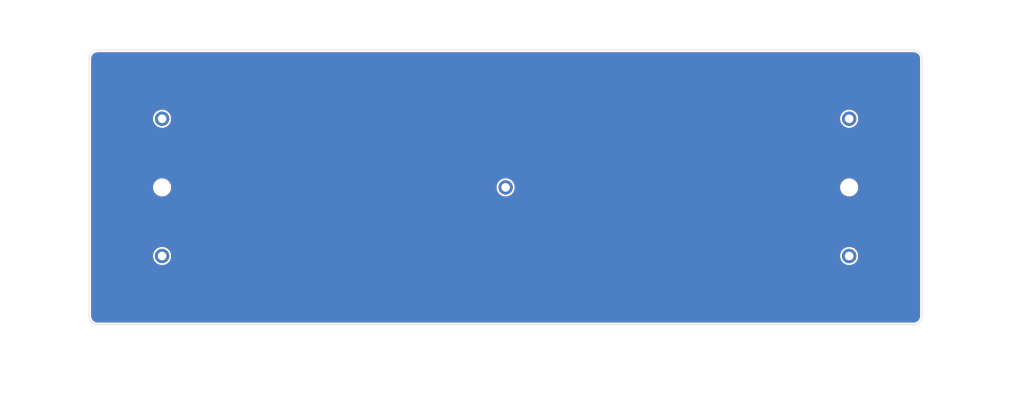
<source format=kicad_pcb>
(kicad_pcb (version 20171130) (host pcbnew "(5.0.0)")

  (general
    (thickness 1.6)
    (drawings 25)
    (tracks 0)
    (zones 0)
    (modules 10)
    (nets 2)
  )

  (page A4)
  (layers
    (0 F.Cu signal)
    (31 B.Cu signal)
    (32 B.Adhes user)
    (33 F.Adhes user)
    (34 B.Paste user)
    (35 F.Paste user)
    (36 B.SilkS user)
    (37 F.SilkS user)
    (38 B.Mask user)
    (39 F.Mask user)
    (40 Dwgs.User user)
    (41 Cmts.User user)
    (42 Eco1.User user)
    (43 Eco2.User user)
    (44 Edge.Cuts user)
    (45 Margin user)
    (46 B.CrtYd user)
    (47 F.CrtYd user)
    (48 B.Fab user)
    (49 F.Fab user)
  )

  (setup
    (last_trace_width 0.25)
    (trace_clearance 0.2)
    (zone_clearance 0.508)
    (zone_45_only no)
    (trace_min 0.2)
    (segment_width 0.2)
    (edge_width 0.15)
    (via_size 0.6)
    (via_drill 0.4)
    (via_min_size 0.4)
    (via_min_drill 0.3)
    (uvia_size 0.3)
    (uvia_drill 0.1)
    (uvias_allowed no)
    (uvia_min_size 0.2)
    (uvia_min_drill 0.1)
    (pcb_text_width 0.3)
    (pcb_text_size 1.5 1.5)
    (mod_edge_width 0.15)
    (mod_text_size 1 1)
    (mod_text_width 0.15)
    (pad_size 4 4)
    (pad_drill 2.4)
    (pad_to_mask_clearance 0.2)
    (aux_axis_origin 0 0)
    (grid_origin 58.7375 66.675)
    (visible_elements 7FFFFFFF)
    (pcbplotparams
      (layerselection 0x010f0_ffffffff)
      (usegerberextensions true)
      (usegerberattributes false)
      (usegerberadvancedattributes false)
      (creategerberjobfile false)
      (excludeedgelayer true)
      (linewidth 0.100000)
      (plotframeref false)
      (viasonmask false)
      (mode 1)
      (useauxorigin false)
      (hpglpennumber 1)
      (hpglpenspeed 20)
      (hpglpendiameter 15.000000)
      (psnegative false)
      (psa4output false)
      (plotreference true)
      (plotvalue true)
      (plotinvisibletext false)
      (padsonsilk false)
      (subtractmaskfromsilk true)
      (outputformat 1)
      (mirror false)
      (drillshape 0)
      (scaleselection 1)
      (outputdirectory "Gerbers"))
  )

  (net 0 "")
  (net 1 GND)

  (net_class Default "This is the default net class."
    (clearance 0.2)
    (trace_width 0.25)
    (via_dia 0.6)
    (via_drill 0.4)
    (uvia_dia 0.3)
    (uvia_drill 0.1)
    (add_net GND)
  )

  (module locallib:mountinghole locked (layer F.Cu) (tedit 59FE9A9B) (tstamp 5A28AF04)
    (at 153.9875 85.725)
    (fp_text reference REF** (at 0 5.08) (layer Dwgs.User)
      (effects (font (size 1 1) (thickness 0.15)))
    )
    (fp_text value mountinghole (at 0 -6.35) (layer Dwgs.User)
      (effects (font (size 1 1) (thickness 0.15)))
    )
    (pad 1 thru_hole circle (at 0 0) (size 4 4) (drill 2.4) (layers *.Cu *.Mask))
  )

  (module locallib:mountinghole locked (layer F.Cu) (tedit 5A5DB6A0) (tstamp 5A28AF09)
    (at 58.7375 66.675)
    (fp_text reference REF** (at 0 5.08) (layer Dwgs.User)
      (effects (font (size 1 1) (thickness 0.15)))
    )
    (fp_text value mountinghole (at 0 -6.35) (layer Dwgs.User)
      (effects (font (size 1 1) (thickness 0.15)))
    )
    (pad 1 thru_hole circle (at 0 0) (size 4 4) (drill 2.4) (layers *.Cu *.Mask))
  )

  (module locallib:mountinghole locked (layer F.Cu) (tedit 59FE9A9B) (tstamp 5A28AF0E)
    (at 58.7375 104.775)
    (fp_text reference REF** (at 0 5.08) (layer Dwgs.User)
      (effects (font (size 1 1) (thickness 0.15)))
    )
    (fp_text value mountinghole (at 0 -6.35) (layer Dwgs.User)
      (effects (font (size 1 1) (thickness 0.15)))
    )
    (pad 1 thru_hole circle (at 0 0) (size 4 4) (drill 2.4) (layers *.Cu *.Mask))
  )

  (module locallib:mountinghole locked (layer F.Cu) (tedit 59FE9A9B) (tstamp 5A28AF13)
    (at 249.2375 66.675)
    (fp_text reference REF** (at 0 5.08) (layer Dwgs.User)
      (effects (font (size 1 1) (thickness 0.15)))
    )
    (fp_text value mountinghole (at 0 -6.35) (layer Dwgs.User)
      (effects (font (size 1 1) (thickness 0.15)))
    )
    (pad 1 thru_hole circle (at 0 0) (size 4 4) (drill 2.4) (layers *.Cu *.Mask))
  )

  (module locallib:mountinghole locked (layer F.Cu) (tedit 59FE9A9B) (tstamp 5A28AF18)
    (at 249.2375 104.775)
    (fp_text reference REF** (at 0 5.08) (layer Dwgs.User)
      (effects (font (size 1 1) (thickness 0.15)))
    )
    (fp_text value mountinghole (at 0 -6.35) (layer Dwgs.User)
      (effects (font (size 1 1) (thickness 0.15)))
    )
    (pad 1 thru_hole circle (at 0 0) (size 4 4) (drill 2.4) (layers *.Cu *.Mask))
  )

  (module locallib:pad (layer F.Cu) (tedit 5A2899AB) (tstamp 5A289A1B)
    (at 42.06875 50.00625)
    (path /5A2899C6)
    (fp_text reference p1 (at 0 1.905) (layer Dwgs.User)
      (effects (font (size 1 1) (thickness 0.15)))
    )
    (fp_text value gndingpad (at 0 -1.778) (layer Dwgs.User)
      (effects (font (size 1 1) (thickness 0.15)))
    )
    (pad 1 smd circle (at 0 0) (size 1 1) (layers F.Cu)
      (net 1 GND))
    (pad 2 smd circle (at 0 0) (size 1 1) (layers B.Cu)
      (net 1 GND))
  )

  (module locallib:mountinghole locked (layer F.Cu) (tedit 5A28D91C) (tstamp 5A28DD92)
    (at 58.7375 85.725)
    (fp_text reference REF** (at 0 5.08) (layer Dwgs.User)
      (effects (font (size 1 1) (thickness 0.15)))
    )
    (fp_text value mountinghole (at 0 -6.35) (layer Dwgs.User)
      (effects (font (size 1 1) (thickness 0.15)))
    )
    (pad "" np_thru_hole circle (at 0 0) (size 4 4) (drill 4) (layers *.Cu *.Mask))
  )

  (module locallib:mountinghole locked (layer F.Cu) (tedit 5A28D9E0) (tstamp 5A28DDAE)
    (at 249.2375 85.725)
    (fp_text reference REF** (at 0 5.08) (layer Dwgs.User)
      (effects (font (size 1 1) (thickness 0.15)))
    )
    (fp_text value mountinghole (at 0 -6.35) (layer Dwgs.User)
      (effects (font (size 1 1) (thickness 0.15)))
    )
    (pad "" np_thru_hole circle (at 0 0) (size 4 4) (drill 4) (layers *.Cu *.Mask))
  )

  (module locallib:ai-ring-6mm-FancyAss locked (layer F.Cu) (tedit 0) (tstamp 5BFDEC5A)
    (at 46.0375 116.68125)
    (fp_text reference G*** (at 0 0) (layer Dwgs.User) hide
      (effects (font (size 1.524 1.524) (thickness 0.3)))
    )
    (fp_text value LOGO (at 0.75 0) (layer Dwgs.User) hide
      (effects (font (size 1.524 1.524) (thickness 0.3)))
    )
    (fp_poly (pts (xy 0.1905 -1.0795) (xy -0.214312 -1.0795) (xy -0.214312 -1.484312) (xy 0.1905 -1.484312)
      (xy 0.1905 -1.0795)) (layer F.Cu) (width 0.01))
    (fp_poly (pts (xy 0.595313 -0.293687) (xy 0.1905 -0.293687) (xy 0.1905 -0.674687) (xy 0.595313 -0.674687)
      (xy 0.595313 -0.293687)) (layer F.Cu) (width 0.01))
    (fp_poly (pts (xy -0.214312 -0.293687) (xy -0.595312 -0.293687) (xy -0.595312 -0.674687) (xy -0.214312 -0.674687)
      (xy -0.214312 -0.293687)) (layer F.Cu) (width 0.01))
    (fp_poly (pts (xy 0.976313 0.515938) (xy 0.595313 0.515938) (xy 0.595313 0.111125) (xy 0.976313 0.111125)
      (xy 0.976313 0.515938)) (layer F.Cu) (width 0.01))
    (fp_poly (pts (xy 0.1905 0.515938) (xy -0.214312 0.515938) (xy -0.214312 0.111125) (xy 0.1905 0.111125)
      (xy 0.1905 0.515938)) (layer F.Cu) (width 0.01))
    (fp_poly (pts (xy -0.595312 0.515938) (xy -1.000125 0.515938) (xy -1.000125 0.111125) (xy -0.595312 0.111125)
      (xy -0.595312 0.515938)) (layer F.Cu) (width 0.01))
    (fp_poly (pts (xy 1.381125 1.30175) (xy 0.976313 1.30175) (xy 0.976313 0.896938) (xy 1.381125 0.896938)
      (xy 1.381125 1.30175)) (layer F.Cu) (width 0.01))
    (fp_poly (pts (xy -1.000125 1.30175) (xy -1.404937 1.30175) (xy -1.404937 0.896938) (xy -1.000125 0.896938)
      (xy -1.000125 1.30175)) (layer F.Cu) (width 0.01))
    (fp_poly (pts (xy 0.003969 -2.971955) (xy 0.128087 -2.970585) (xy 0.239799 -2.966428) (xy 0.342392 -2.959081)
      (xy 0.439156 -2.94814) (xy 0.533378 -2.933202) (xy 0.628347 -2.913863) (xy 0.727351 -2.889719)
      (xy 0.77263 -2.877582) (xy 0.981177 -2.812344) (xy 1.183265 -2.733008) (xy 1.378128 -2.639972)
      (xy 1.564999 -2.533632) (xy 1.743114 -2.414384) (xy 1.89526 -2.296383) (xy 2.052928 -2.155658)
      (xy 2.200265 -2.004213) (xy 2.336586 -1.843115) (xy 2.461208 -1.673433) (xy 2.573447 -1.496234)
      (xy 2.67262 -1.312584) (xy 2.758042 -1.123553) (xy 2.82903 -0.930207) (xy 2.877784 -0.762197)
      (xy 2.910855 -0.622211) (xy 2.936215 -0.490275) (xy 2.954607 -0.361003) (xy 2.966775 -0.229007)
      (xy 2.973461 -0.0889) (xy 2.974114 -0.0635) (xy 2.971395 0.154797) (xy 2.9532 0.36958)
      (xy 2.919535 0.580821) (xy 2.870406 0.788489) (xy 2.805819 0.992555) (xy 2.741622 1.156487)
      (xy 2.713539 1.221752) (xy 2.689477 1.27591) (xy 2.667608 1.322613) (xy 2.646107 1.365513)
      (xy 2.623146 1.408263) (xy 2.5969 1.454515) (xy 2.567775 1.504156) (xy 2.448556 1.690427)
      (xy 2.318452 1.865153) (xy 2.177329 2.028465) (xy 2.025055 2.180496) (xy 1.861497 2.32138)
      (xy 1.686524 2.451248) (xy 1.504156 2.567775) (xy 1.451327 2.598744) (xy 1.405414 2.624721)
      (xy 1.362765 2.647531) (xy 1.319728 2.669001) (xy 1.272651 2.690957) (xy 1.217881 2.715225)
      (xy 1.156487 2.741622) (xy 1.060254 2.781169) (xy 0.971536 2.814208) (xy 0.884422 2.842695)
      (xy 0.792998 2.868589) (xy 0.710406 2.889322) (xy 0.54589 2.924876) (xy 0.388795 2.950553)
      (xy 0.234567 2.966893) (xy 0.078649 2.974436) (xy -0.011906 2.975013) (xy -0.063125 2.974498)
      (xy -0.111246 2.973793) (xy -0.153126 2.97296) (xy -0.185622 2.972063) (xy -0.20559 2.971165)
      (xy -0.206375 2.971109) (xy -0.422549 2.947157) (xy -0.635306 2.90817) (xy -0.843787 2.854467)
      (xy -1.047132 2.786363) (xy -1.244484 2.704176) (xy -1.434982 2.608225) (xy -1.617768 2.498826)
      (xy -1.768724 2.393796) (xy -1.941651 2.255449) (xy -2.102335 2.107088) (xy -2.250549 1.949039)
      (xy -2.386071 1.781632) (xy -2.508676 1.605194) (xy -2.618139 1.420052) (xy -2.714237 1.226535)
      (xy -2.796744 1.024971) (xy -2.865437 0.815688) (xy -2.877582 0.77263) (xy -2.903948 0.670835)
      (xy -2.925333 0.574511) (xy -2.942141 0.480367) (xy -2.954775 0.385117) (xy -2.96364 0.28547)
      (xy -2.969138 0.17814) (xy -2.971674 0.059836) (xy -2.971955 0.003969) (xy -2.97128 -0.051392)
      (xy -2.439206 -0.051392) (xy -2.439103 0.028746) (xy -2.437437 0.10841) (xy -2.434241 0.183537)
      (xy -2.429544 0.25006) (xy -2.425824 0.28575) (xy -2.39395 0.483048) (xy -2.347299 0.674663)
      (xy -2.286049 0.860222) (xy -2.210381 1.039349) (xy -2.120473 1.211669) (xy -2.016506 1.376809)
      (xy -1.898659 1.534393) (xy -1.767112 1.684047) (xy -1.744776 1.70726) (xy -1.610542 1.834334)
      (xy -1.46484 1.95227) (xy -1.310369 2.05909) (xy -1.149831 2.152816) (xy -1.104042 2.176504)
      (xy -1.029634 2.213153) (xy -0.964393 2.243372) (xy -0.903896 2.26894) (xy -0.843722 2.291634)
      (xy -0.779449 2.313233) (xy -0.714375 2.333227) (xy -0.525162 2.38264) (xy -0.339411 2.417091)
      (xy -0.155673 2.436714) (xy 0.027503 2.441642) (xy 0.211564 2.432011) (xy 0.278106 2.425031)
      (xy 0.465438 2.396087) (xy 0.645019 2.354278) (xy 0.819357 2.298854) (xy 0.990959 2.229064)
      (xy 1.087916 2.182866) (xy 1.258548 2.089447) (xy 1.417964 1.985712) (xy 1.566922 1.870974)
      (xy 1.706179 1.74455) (xy 1.836494 1.605754) (xy 1.958624 1.453903) (xy 2.066892 1.298259)
      (xy 2.092018 1.257068) (xy 2.121341 1.20494) (xy 2.153041 1.145496) (xy 2.185299 1.082356)
      (xy 2.216293 1.01914) (xy 2.244206 0.959467) (xy 2.267215 0.906957) (xy 2.280653 0.873125)
      (xy 2.34352 0.681584) (xy 2.390916 0.488845) (xy 2.4228 0.29545) (xy 2.43913 0.10194)
      (xy 2.439868 -0.091143) (xy 2.424972 -0.283258) (xy 2.394402 -0.473864) (xy 2.384599 -0.519906)
      (xy 2.35095 -0.656199) (xy 2.312642 -0.782382) (xy 2.267704 -0.903993) (xy 2.214163 -1.026568)
      (xy 2.176504 -1.104042) (xy 2.082799 -1.27289) (xy 1.975974 -1.433327) (xy 1.856798 -1.584632)
      (xy 1.726037 -1.726086) (xy 1.58446 -1.856969) (xy 1.432834 -1.97656) (xy 1.271927 -2.08414)
      (xy 1.102507 -2.178989) (xy 0.958325 -2.24652) (xy 0.786697 -2.312915) (xy 0.614143 -2.364913)
      (xy 0.438656 -2.402922) (xy 0.258226 -2.427349) (xy 0.070845 -2.438603) (xy 0.007938 -2.439493)
      (xy -0.190157 -2.433123) (xy -0.381785 -2.412478) (xy -0.567719 -2.377327) (xy -0.748735 -2.327433)
      (xy -0.925606 -2.262565) (xy -1.099106 -2.182487) (xy -1.270009 -2.086965) (xy -1.370706 -2.022756)
      (xy -1.510139 -1.921228) (xy -1.644337 -1.806722) (xy -1.771659 -1.681161) (xy -1.890465 -1.546469)
      (xy -1.999114 -1.404569) (xy -2.095965 -1.257385) (xy -2.179378 -1.106839) (xy -2.214174 -1.03392)
      (xy -2.275577 -0.889061) (xy -2.325808 -0.749822) (xy -2.366065 -0.611874) (xy -2.397544 -0.470886)
      (xy -2.421444 -0.322529) (xy -2.429845 -0.254) (xy -2.434608 -0.19683) (xy -2.437718 -0.127939)
      (xy -2.439206 -0.051392) (xy -2.97128 -0.051392) (xy -2.97021 -0.139027) (xy -2.964336 -0.269894)
      (xy -2.953762 -0.391975) (xy -2.937915 -0.508615) (xy -2.916223 -0.623156) (xy -2.888113 -0.738941)
      (xy -2.853014 -0.859313) (xy -2.810353 -0.987616) (xy -2.794659 -1.031875) (xy -2.716274 -1.226594)
      (xy -2.623434 -1.414928) (xy -2.516328 -1.596615) (xy -2.395148 -1.771392) (xy -2.260083 -1.938997)
      (xy -2.111326 -2.099167) (xy -1.949067 -2.25164) (xy -1.842229 -2.341821) (xy -1.7564 -2.407314)
      (xy -1.658861 -2.47464) (xy -1.553252 -2.541588) (xy -1.443214 -2.605945) (xy -1.332387 -2.6655)
      (xy -1.224411 -2.718042) (xy -1.218406 -2.720785) (xy -1.148446 -2.750658) (xy -1.067265 -2.782044)
      (xy -0.979233 -2.813464) (xy -0.888721 -2.843438) (xy -0.800099 -2.870489) (xy -0.717736 -2.893136)
      (xy -0.68585 -2.901029) (xy -0.592625 -2.921797) (xy -0.503651 -2.938457) (xy -0.415647 -2.951348)
      (xy -0.325331 -2.960805) (xy -0.229422 -2.967168) (xy -0.12464 -2.970772) (xy -0.007705 -2.971956)
      (xy 0.003969 -2.971955)) (layer F.Cu) (width 0.01))
  )

  (module locallib:ai-ring-6mm-FancyAss-Mask locked (layer F.Cu) (tedit 0) (tstamp 5BFDEC9A)
    (at 46.0375 116.68125)
    (fp_text reference G*** (at 0 0) (layer Dwgs.User) hide
      (effects (font (size 1.524 1.524) (thickness 0.3)))
    )
    (fp_text value LOGO (at 0.75 0) (layer Dwgs.User) hide
      (effects (font (size 1.524 1.524) (thickness 0.3)))
    )
    (fp_poly (pts (xy 0.1905 -1.0795) (xy -0.214312 -1.0795) (xy -0.214312 -1.484312) (xy 0.1905 -1.484312)
      (xy 0.1905 -1.0795)) (layer F.Mask) (width 0.01))
    (fp_poly (pts (xy 0.595313 -0.293687) (xy 0.1905 -0.293687) (xy 0.1905 -0.674687) (xy 0.595313 -0.674687)
      (xy 0.595313 -0.293687)) (layer F.Mask) (width 0.01))
    (fp_poly (pts (xy -0.214312 -0.293687) (xy -0.595312 -0.293687) (xy -0.595312 -0.674687) (xy -0.214312 -0.674687)
      (xy -0.214312 -0.293687)) (layer F.Mask) (width 0.01))
    (fp_poly (pts (xy 0.976313 0.515938) (xy 0.595313 0.515938) (xy 0.595313 0.111125) (xy 0.976313 0.111125)
      (xy 0.976313 0.515938)) (layer F.Mask) (width 0.01))
    (fp_poly (pts (xy 0.1905 0.515938) (xy -0.214312 0.515938) (xy -0.214312 0.111125) (xy 0.1905 0.111125)
      (xy 0.1905 0.515938)) (layer F.Mask) (width 0.01))
    (fp_poly (pts (xy -0.595312 0.515938) (xy -1.000125 0.515938) (xy -1.000125 0.111125) (xy -0.595312 0.111125)
      (xy -0.595312 0.515938)) (layer F.Mask) (width 0.01))
    (fp_poly (pts (xy 1.381125 1.30175) (xy 0.976313 1.30175) (xy 0.976313 0.896938) (xy 1.381125 0.896938)
      (xy 1.381125 1.30175)) (layer F.Mask) (width 0.01))
    (fp_poly (pts (xy -1.000125 1.30175) (xy -1.404937 1.30175) (xy -1.404937 0.896938) (xy -1.000125 0.896938)
      (xy -1.000125 1.30175)) (layer F.Mask) (width 0.01))
    (fp_poly (pts (xy 0.003969 -2.971955) (xy 0.128087 -2.970585) (xy 0.239799 -2.966428) (xy 0.342392 -2.959081)
      (xy 0.439156 -2.94814) (xy 0.533378 -2.933202) (xy 0.628347 -2.913863) (xy 0.727351 -2.889719)
      (xy 0.77263 -2.877582) (xy 0.981177 -2.812344) (xy 1.183265 -2.733008) (xy 1.378128 -2.639972)
      (xy 1.564999 -2.533632) (xy 1.743114 -2.414384) (xy 1.89526 -2.296383) (xy 2.052928 -2.155658)
      (xy 2.200265 -2.004213) (xy 2.336586 -1.843115) (xy 2.461208 -1.673433) (xy 2.573447 -1.496234)
      (xy 2.67262 -1.312584) (xy 2.758042 -1.123553) (xy 2.82903 -0.930207) (xy 2.877784 -0.762197)
      (xy 2.910855 -0.622211) (xy 2.936215 -0.490275) (xy 2.954607 -0.361003) (xy 2.966775 -0.229007)
      (xy 2.973461 -0.0889) (xy 2.974114 -0.0635) (xy 2.971395 0.154797) (xy 2.9532 0.36958)
      (xy 2.919535 0.580821) (xy 2.870406 0.788489) (xy 2.805819 0.992555) (xy 2.741622 1.156487)
      (xy 2.713539 1.221752) (xy 2.689477 1.27591) (xy 2.667608 1.322613) (xy 2.646107 1.365513)
      (xy 2.623146 1.408263) (xy 2.5969 1.454515) (xy 2.567775 1.504156) (xy 2.448556 1.690427)
      (xy 2.318452 1.865153) (xy 2.177329 2.028465) (xy 2.025055 2.180496) (xy 1.861497 2.32138)
      (xy 1.686524 2.451248) (xy 1.504156 2.567775) (xy 1.451327 2.598744) (xy 1.405414 2.624721)
      (xy 1.362765 2.647531) (xy 1.319728 2.669001) (xy 1.272651 2.690957) (xy 1.217881 2.715225)
      (xy 1.156487 2.741622) (xy 1.060254 2.781169) (xy 0.971536 2.814208) (xy 0.884422 2.842695)
      (xy 0.792998 2.868589) (xy 0.710406 2.889322) (xy 0.54589 2.924876) (xy 0.388795 2.950553)
      (xy 0.234567 2.966893) (xy 0.078649 2.974436) (xy -0.011906 2.975013) (xy -0.063125 2.974498)
      (xy -0.111246 2.973793) (xy -0.153126 2.97296) (xy -0.185622 2.972063) (xy -0.20559 2.971165)
      (xy -0.206375 2.971109) (xy -0.422549 2.947157) (xy -0.635306 2.90817) (xy -0.843787 2.854467)
      (xy -1.047132 2.786363) (xy -1.244484 2.704176) (xy -1.434982 2.608225) (xy -1.617768 2.498826)
      (xy -1.768724 2.393796) (xy -1.941651 2.255449) (xy -2.102335 2.107088) (xy -2.250549 1.949039)
      (xy -2.386071 1.781632) (xy -2.508676 1.605194) (xy -2.618139 1.420052) (xy -2.714237 1.226535)
      (xy -2.796744 1.024971) (xy -2.865437 0.815688) (xy -2.877582 0.77263) (xy -2.903948 0.670835)
      (xy -2.925333 0.574511) (xy -2.942141 0.480367) (xy -2.954775 0.385117) (xy -2.96364 0.28547)
      (xy -2.969138 0.17814) (xy -2.971674 0.059836) (xy -2.971955 0.003969) (xy -2.97128 -0.051392)
      (xy -2.439206 -0.051392) (xy -2.439103 0.028746) (xy -2.437437 0.10841) (xy -2.434241 0.183537)
      (xy -2.429544 0.25006) (xy -2.425824 0.28575) (xy -2.39395 0.483048) (xy -2.347299 0.674663)
      (xy -2.286049 0.860222) (xy -2.210381 1.039349) (xy -2.120473 1.211669) (xy -2.016506 1.376809)
      (xy -1.898659 1.534393) (xy -1.767112 1.684047) (xy -1.744776 1.70726) (xy -1.610542 1.834334)
      (xy -1.46484 1.95227) (xy -1.310369 2.05909) (xy -1.149831 2.152816) (xy -1.104042 2.176504)
      (xy -1.029634 2.213153) (xy -0.964393 2.243372) (xy -0.903896 2.26894) (xy -0.843722 2.291634)
      (xy -0.779449 2.313233) (xy -0.714375 2.333227) (xy -0.525162 2.38264) (xy -0.339411 2.417091)
      (xy -0.155673 2.436714) (xy 0.027503 2.441642) (xy 0.211564 2.432011) (xy 0.278106 2.425031)
      (xy 0.465438 2.396087) (xy 0.645019 2.354278) (xy 0.819357 2.298854) (xy 0.990959 2.229064)
      (xy 1.087916 2.182866) (xy 1.258548 2.089447) (xy 1.417964 1.985712) (xy 1.566922 1.870974)
      (xy 1.706179 1.74455) (xy 1.836494 1.605754) (xy 1.958624 1.453903) (xy 2.066892 1.298259)
      (xy 2.092018 1.257068) (xy 2.121341 1.20494) (xy 2.153041 1.145496) (xy 2.185299 1.082356)
      (xy 2.216293 1.01914) (xy 2.244206 0.959467) (xy 2.267215 0.906957) (xy 2.280653 0.873125)
      (xy 2.34352 0.681584) (xy 2.390916 0.488845) (xy 2.4228 0.29545) (xy 2.43913 0.10194)
      (xy 2.439868 -0.091143) (xy 2.424972 -0.283258) (xy 2.394402 -0.473864) (xy 2.384599 -0.519906)
      (xy 2.35095 -0.656199) (xy 2.312642 -0.782382) (xy 2.267704 -0.903993) (xy 2.214163 -1.026568)
      (xy 2.176504 -1.104042) (xy 2.082799 -1.27289) (xy 1.975974 -1.433327) (xy 1.856798 -1.584632)
      (xy 1.726037 -1.726086) (xy 1.58446 -1.856969) (xy 1.432834 -1.97656) (xy 1.271927 -2.08414)
      (xy 1.102507 -2.178989) (xy 0.958325 -2.24652) (xy 0.786697 -2.312915) (xy 0.614143 -2.364913)
      (xy 0.438656 -2.402922) (xy 0.258226 -2.427349) (xy 0.070845 -2.438603) (xy 0.007938 -2.439493)
      (xy -0.190157 -2.433123) (xy -0.381785 -2.412478) (xy -0.567719 -2.377327) (xy -0.748735 -2.327433)
      (xy -0.925606 -2.262565) (xy -1.099106 -2.182487) (xy -1.270009 -2.086965) (xy -1.370706 -2.022756)
      (xy -1.510139 -1.921228) (xy -1.644337 -1.806722) (xy -1.771659 -1.681161) (xy -1.890465 -1.546469)
      (xy -1.999114 -1.404569) (xy -2.095965 -1.257385) (xy -2.179378 -1.106839) (xy -2.214174 -1.03392)
      (xy -2.275577 -0.889061) (xy -2.325808 -0.749822) (xy -2.366065 -0.611874) (xy -2.397544 -0.470886)
      (xy -2.421444 -0.322529) (xy -2.429845 -0.254) (xy -2.434608 -0.19683) (xy -2.437718 -0.127939)
      (xy -2.439206 -0.051392) (xy -2.97128 -0.051392) (xy -2.97021 -0.139027) (xy -2.964336 -0.269894)
      (xy -2.953762 -0.391975) (xy -2.937915 -0.508615) (xy -2.916223 -0.623156) (xy -2.888113 -0.738941)
      (xy -2.853014 -0.859313) (xy -2.810353 -0.987616) (xy -2.794659 -1.031875) (xy -2.716274 -1.226594)
      (xy -2.623434 -1.414928) (xy -2.516328 -1.596615) (xy -2.395148 -1.771392) (xy -2.260083 -1.938997)
      (xy -2.111326 -2.099167) (xy -1.949067 -2.25164) (xy -1.842229 -2.341821) (xy -1.7564 -2.407314)
      (xy -1.658861 -2.47464) (xy -1.553252 -2.541588) (xy -1.443214 -2.605945) (xy -1.332387 -2.6655)
      (xy -1.224411 -2.718042) (xy -1.218406 -2.720785) (xy -1.148446 -2.750658) (xy -1.067265 -2.782044)
      (xy -0.979233 -2.813464) (xy -0.888721 -2.843438) (xy -0.800099 -2.870489) (xy -0.717736 -2.893136)
      (xy -0.68585 -2.901029) (xy -0.592625 -2.921797) (xy -0.503651 -2.938457) (xy -0.415647 -2.951348)
      (xy -0.325331 -2.960805) (xy -0.229422 -2.967168) (xy -0.12464 -2.970772) (xy -0.007705 -2.971956)
      (xy 0.003969 -2.971955)) (layer F.Mask) (width 0.01))
  )

  (gr_text "Contra Keyboard by ai03" (at 65.0875 116.68125) (layer F.Mask)
    (effects (font (size 1.5 1.5) (thickness 0.3)))
  )
  (dimension 230.98125 (width 0.3) (layer Dwgs.User)
    (gr_text "230.981 mm" (at 153.9875 35.559375) (layer Dwgs.User)
      (effects (font (size 1.5 1.5) (thickness 0.3)))
    )
    (feature1 (pts (xy 269.478125 47.625) (xy 269.478125 34.209375)))
    (feature2 (pts (xy 38.496875 47.625) (xy 38.496875 34.209375)))
    (crossbar (pts (xy 38.496875 36.909375) (xy 269.478125 36.909375)))
    (arrow1a (pts (xy 269.478125 36.909375) (xy 268.351621 37.495796)))
    (arrow1b (pts (xy 269.478125 36.909375) (xy 268.351621 36.322954)))
    (arrow2a (pts (xy 38.496875 36.909375) (xy 39.623379 37.495796)))
    (arrow2b (pts (xy 38.496875 36.909375) (xy 39.623379 36.322954)))
  )
  (gr_arc (start 40.878125 50.00625) (end 38.496875 50.00625) (angle 90) (layer Edge.Cuts) (width 0.15))
  (dimension 38.1 (width 0.3) (layer Dwgs.User)
    (gr_text "38.100 mm" (at 20.08125 66.675 270) (layer Dwgs.User)
      (effects (font (size 1.5 1.5) (thickness 0.3)))
    )
    (feature1 (pts (xy 39.6875 85.725) (xy 18.73125 85.725)))
    (feature2 (pts (xy 39.6875 47.625) (xy 18.73125 47.625)))
    (crossbar (pts (xy 21.43125 47.625) (xy 21.43125 85.725)))
    (arrow1a (pts (xy 21.43125 85.725) (xy 20.844829 84.598496)))
    (arrow1b (pts (xy 21.43125 85.725) (xy 22.017671 84.598496)))
    (arrow2a (pts (xy 21.43125 47.625) (xy 20.844829 48.751504)))
    (arrow2b (pts (xy 21.43125 47.625) (xy 22.017671 48.751504)))
  )
  (dimension 38.1 (width 0.3) (layer Dwgs.User)
    (gr_text "38.100 mm" (at 249.2375 131.525) (layer Dwgs.User)
      (effects (font (size 1.5 1.5) (thickness 0.3)))
    )
    (feature1 (pts (xy 230.1875 104.775) (xy 230.1875 132.875)))
    (feature2 (pts (xy 268.2875 104.775) (xy 268.2875 132.875)))
    (crossbar (pts (xy 268.2875 130.175) (xy 230.1875 130.175)))
    (arrow1a (pts (xy 230.1875 130.175) (xy 231.314004 129.588579)))
    (arrow1b (pts (xy 230.1875 130.175) (xy 231.314004 130.761421)))
    (arrow2a (pts (xy 268.2875 130.175) (xy 267.160996 129.588579)))
    (arrow2b (pts (xy 268.2875 130.175) (xy 267.160996 130.761421)))
  )
  (gr_text Reset (at 240.903125 85.725) (layer F.Mask)
    (effects (font (size 2 2) (thickness 0.3)))
  )
  (dimension 38.1 (width 0.3) (layer Dwgs.User)
    (gr_text "38.100 mm" (at 58.7375 126.7625) (layer Dwgs.User)
      (effects (font (size 1.5 1.5) (thickness 0.3)))
    )
    (feature1 (pts (xy 77.7875 104.775) (xy 77.7875 128.1125)))
    (feature2 (pts (xy 39.6875 104.775) (xy 39.6875 128.1125)))
    (crossbar (pts (xy 39.6875 125.4125) (xy 77.7875 125.4125)))
    (arrow1a (pts (xy 77.7875 125.4125) (xy 76.660996 125.998921)))
    (arrow1b (pts (xy 77.7875 125.4125) (xy 76.660996 124.826079)))
    (arrow2a (pts (xy 39.6875 125.4125) (xy 40.814004 125.998921)))
    (arrow2b (pts (xy 39.6875 125.4125) (xy 40.814004 124.826079)))
  )
  (dimension 19.05 (width 0.3) (layer Dwgs.User)
    (gr_text "19.050 mm" (at 26.43125 114.3 90) (layer Dwgs.User)
      (effects (font (size 1.5 1.5) (thickness 0.3)))
    )
    (feature1 (pts (xy 39.6875 104.775) (xy 25.08125 104.775)))
    (feature2 (pts (xy 39.6875 123.825) (xy 25.08125 123.825)))
    (crossbar (pts (xy 27.78125 123.825) (xy 27.78125 104.775)))
    (arrow1a (pts (xy 27.78125 104.775) (xy 28.367671 105.901504)))
    (arrow1b (pts (xy 27.78125 104.775) (xy 27.194829 105.901504)))
    (arrow2a (pts (xy 27.78125 123.825) (xy 28.367671 122.698496)))
    (arrow2b (pts (xy 27.78125 123.825) (xy 27.194829 122.698496)))
  )
  (dimension 57.15 (width 0.3) (layer Dwgs.User)
    (gr_text "57.150 mm" (at 295.0375 76.2 270) (layer Dwgs.User)
      (effects (font (size 1.5 1.5) (thickness 0.3)))
    )
    (feature1 (pts (xy 39.6875 104.775) (xy 296.3875 104.775)))
    (feature2 (pts (xy 39.6875 47.625) (xy 296.3875 47.625)))
    (crossbar (pts (xy 293.6875 47.625) (xy 293.6875 104.775)))
    (arrow1a (pts (xy 293.6875 104.775) (xy 293.101079 103.648496)))
    (arrow1b (pts (xy 293.6875 104.775) (xy 294.273921 103.648496)))
    (arrow2a (pts (xy 293.6875 47.625) (xy 293.101079 48.751504)))
    (arrow2b (pts (xy 293.6875 47.625) (xy 294.273921 48.751504)))
  )
  (dimension 38.1 (width 0.3) (layer Dwgs.User)
    (gr_text "38.100 mm" (at 289.48125 66.675 270) (layer Dwgs.User)
      (effects (font (size 1.5 1.5) (thickness 0.3)))
    )
    (feature1 (pts (xy 39.6875 85.725) (xy 290.83125 85.725)))
    (feature2 (pts (xy 39.6875 47.625) (xy 290.83125 47.625)))
    (crossbar (pts (xy 288.13125 47.625) (xy 288.13125 85.725)))
    (arrow1a (pts (xy 288.13125 85.725) (xy 287.544829 84.598496)))
    (arrow1b (pts (xy 288.13125 85.725) (xy 288.717671 84.598496)))
    (arrow2a (pts (xy 288.13125 47.625) (xy 287.544829 48.751504)))
    (arrow2b (pts (xy 288.13125 47.625) (xy 288.717671 48.751504)))
  )
  (dimension 19.05 (width 0.3) (layer Dwgs.User)
    (gr_text "19.050 mm" (at 283.925 57.15 270) (layer Dwgs.User)
      (effects (font (size 1.5 1.5) (thickness 0.3)))
    )
    (feature1 (pts (xy 39.6875 66.675) (xy 285.275 66.675)))
    (feature2 (pts (xy 39.6875 47.625) (xy 285.275 47.625)))
    (crossbar (pts (xy 282.575 47.625) (xy 282.575 66.675)))
    (arrow1a (pts (xy 282.575 66.675) (xy 281.988579 65.548496)))
    (arrow1b (pts (xy 282.575 66.675) (xy 283.161421 65.548496)))
    (arrow2a (pts (xy 282.575 47.625) (xy 281.988579 48.751504)))
    (arrow2b (pts (xy 282.575 47.625) (xy 283.161421 48.751504)))
  )
  (dimension 209.55 (width 0.3) (layer Dwgs.User)
    (gr_text "209.550 mm" (at 144.4625 150.575) (layer Dwgs.User)
      (effects (font (size 1.5 1.5) (thickness 0.3)))
    )
    (feature1 (pts (xy 249.2375 47.625) (xy 249.2375 151.925)))
    (feature2 (pts (xy 39.6875 47.625) (xy 39.6875 151.925)))
    (crossbar (pts (xy 39.6875 149.225) (xy 249.2375 149.225)))
    (arrow1a (pts (xy 249.2375 149.225) (xy 248.110996 149.811421)))
    (arrow1b (pts (xy 249.2375 149.225) (xy 248.110996 148.638579)))
    (arrow2a (pts (xy 39.6875 149.225) (xy 40.814004 149.811421)))
    (arrow2b (pts (xy 39.6875 149.225) (xy 40.814004 148.638579)))
  )
  (dimension 171.45 (width 0.3) (layer Dwgs.User)
    (gr_text "171.450 mm" (at 125.4125 145.8125) (layer Dwgs.User)
      (effects (font (size 1.5 1.5) (thickness 0.3)))
    )
    (feature1 (pts (xy 211.1375 47.625) (xy 211.1375 147.1625)))
    (feature2 (pts (xy 39.6875 47.625) (xy 39.6875 147.1625)))
    (crossbar (pts (xy 39.6875 144.4625) (xy 211.1375 144.4625)))
    (arrow1a (pts (xy 211.1375 144.4625) (xy 210.010996 145.048921)))
    (arrow1b (pts (xy 211.1375 144.4625) (xy 210.010996 143.876079)))
    (arrow2a (pts (xy 39.6875 144.4625) (xy 40.814004 145.048921)))
    (arrow2b (pts (xy 39.6875 144.4625) (xy 40.814004 143.876079)))
  )
  (dimension 114.3 (width 0.3) (layer Dwgs.User)
    (gr_text "114.300 mm" (at 96.8375 141.05) (layer Dwgs.User)
      (effects (font (size 1.5 1.5) (thickness 0.3)))
    )
    (feature1 (pts (xy 153.9875 47.625) (xy 153.9875 142.4)))
    (feature2 (pts (xy 39.6875 47.625) (xy 39.6875 142.4)))
    (crossbar (pts (xy 39.6875 139.7) (xy 153.9875 139.7)))
    (arrow1a (pts (xy 153.9875 139.7) (xy 152.860996 140.286421)))
    (arrow1b (pts (xy 153.9875 139.7) (xy 152.860996 139.113579)))
    (arrow2a (pts (xy 39.6875 139.7) (xy 40.814004 140.286421)))
    (arrow2b (pts (xy 39.6875 139.7) (xy 40.814004 139.113579)))
  )
  (dimension 57.15 (width 0.3) (layer Dwgs.User)
    (gr_text "57.150 mm" (at 68.2625 136.2875) (layer Dwgs.User)
      (effects (font (size 1.5 1.5) (thickness 0.3)))
    )
    (feature1 (pts (xy 96.8375 47.625) (xy 96.8375 137.6375)))
    (feature2 (pts (xy 39.6875 47.625) (xy 39.6875 137.6375)))
    (crossbar (pts (xy 39.6875 134.9375) (xy 96.8375 134.9375)))
    (arrow1a (pts (xy 96.8375 134.9375) (xy 95.710996 135.523921)))
    (arrow1b (pts (xy 96.8375 134.9375) (xy 95.710996 134.351079)))
    (arrow2a (pts (xy 39.6875 134.9375) (xy 40.814004 135.523921)))
    (arrow2b (pts (xy 39.6875 134.9375) (xy 40.814004 134.351079)))
  )
  (dimension 19.05 (width 0.3) (layer Dwgs.User)
    (gr_text "19.050 mm" (at 49.2125 131.525) (layer Dwgs.User)
      (effects (font (size 1.5 1.5) (thickness 0.3)))
    )
    (feature1 (pts (xy 58.7375 47.625) (xy 58.7375 132.875)))
    (feature2 (pts (xy 39.6875 47.625) (xy 39.6875 132.875)))
    (crossbar (pts (xy 39.6875 130.175) (xy 58.7375 130.175)))
    (arrow1a (pts (xy 58.7375 130.175) (xy 57.610996 130.761421)))
    (arrow1b (pts (xy 58.7375 130.175) (xy 57.610996 129.588579)))
    (arrow2a (pts (xy 39.6875 130.175) (xy 40.814004 130.761421)))
    (arrow2b (pts (xy 39.6875 130.175) (xy 40.814004 129.588579)))
  )
  (gr_arc (start 40.878125 121.44375) (end 40.878125 123.825) (angle 90) (layer Edge.Cuts) (width 0.15))
  (gr_line (start 267.096875 123.825) (end 40.878125 123.825) (layer Edge.Cuts) (width 0.15))
  (gr_line (start 38.496875 50.00625) (end 38.496875 121.44375) (layer Edge.Cuts) (width 0.15))
  (gr_line (start 267.096875 47.625) (end 40.878125 47.625) (layer Edge.Cuts) (width 0.15))
  (gr_line (start 269.478125 121.44375) (end 269.478125 50.00625) (layer Edge.Cuts) (width 0.15))
  (gr_arc (start 267.096875 121.44375) (end 269.478125 121.44375) (angle 90) (layer Edge.Cuts) (width 0.15))
  (gr_arc (start 267.096875 50.00625) (end 267.096875 47.625) (angle 90) (layer Edge.Cuts) (width 0.15))
  (dimension 76.2 (width 0.3) (layer Dwgs.User)
    (gr_text "76.200 mm" (at 273.60625 85.725 270) (layer Dwgs.User)
      (effects (font (size 1.5 1.5) (thickness 0.3)))
    )
    (feature1 (pts (xy 268.2875 123.825) (xy 274.95625 123.825)))
    (feature2 (pts (xy 268.2875 47.625) (xy 274.95625 47.625)))
    (crossbar (pts (xy 272.25625 47.625) (xy 272.25625 123.825)))
    (arrow1a (pts (xy 272.25625 123.825) (xy 271.669829 122.698496)))
    (arrow1b (pts (xy 272.25625 123.825) (xy 272.842671 122.698496)))
    (arrow2a (pts (xy 272.25625 47.625) (xy 271.669829 48.751504)))
    (arrow2b (pts (xy 272.25625 47.625) (xy 272.842671 48.751504)))
  )
  (dimension 228.6 (width 0.3) (layer Dwgs.User)
    (gr_text "228.600 mm" (at 153.9875 41.5125) (layer Dwgs.User)
      (effects (font (size 1.5 1.5) (thickness 0.3)))
    )
    (feature1 (pts (xy 268.2875 47.625) (xy 268.2875 40.1625)))
    (feature2 (pts (xy 39.6875 47.625) (xy 39.6875 40.1625)))
    (crossbar (pts (xy 39.6875 42.8625) (xy 268.2875 42.8625)))
    (arrow1a (pts (xy 268.2875 42.8625) (xy 267.160996 43.448921)))
    (arrow1b (pts (xy 268.2875 42.8625) (xy 267.160996 42.276079)))
    (arrow2a (pts (xy 39.6875 42.8625) (xy 40.814004 43.448921)))
    (arrow2b (pts (xy 39.6875 42.8625) (xy 40.814004 42.276079)))
  )

  (zone (net 1) (net_name GND) (layer F.Cu) (tstamp 5BFDEF08) (hatch edge 0.508)
    (connect_pads yes (clearance 0.508))
    (min_thickness 0.254)
    (fill yes (arc_segments 16) (thermal_gap 0.508) (thermal_bridge_width 0.508))
    (polygon
      (pts
        (xy 31.75 39.6875) (xy 277.8125 39.6875) (xy 277.8125 127) (xy 31.75 127)
      )
    )
    (filled_polygon
      (pts
        (xy 267.527843 48.397865) (xy 267.929434 48.564209) (xy 268.274295 48.82883) (xy 268.538916 49.173691) (xy 268.705261 49.575283)
        (xy 268.768126 50.052794) (xy 268.768125 121.397214) (xy 268.705261 121.874717) (xy 268.538916 122.276309) (xy 268.274295 122.62117)
        (xy 267.929434 122.885791) (xy 267.527843 123.052135) (xy 267.050339 123.115) (xy 40.924661 123.115) (xy 40.447158 123.052136)
        (xy 40.045566 122.885791) (xy 39.700705 122.62117) (xy 39.436084 122.276309) (xy 39.26974 121.874718) (xy 39.206875 121.397214)
        (xy 39.206875 116.688438) (xy 42.425553 116.688438) (xy 42.425834 116.744305) (xy 42.426903 116.749541) (xy 42.425973 116.754802)
        (xy 42.428509 116.873106) (xy 42.4306 116.882555) (xy 42.4292 116.892131) (xy 42.434698 116.999461) (xy 42.437689 117.011297)
        (xy 42.436378 117.023433) (xy 42.445243 117.12308) (xy 42.449185 117.136532) (xy 42.448282 117.15052) (xy 42.460916 117.24577)
        (xy 42.465607 117.259546) (xy 42.465321 117.274101) (xy 42.482129 117.368245) (xy 42.487079 117.380893) (xy 42.487379 117.394471)
        (xy 42.508764 117.490795) (xy 42.513348 117.501205) (xy 42.513997 117.512557) (xy 42.540363 117.614351) (xy 42.543403 117.620648)
        (xy 42.543952 117.62762) (xy 42.556097 117.670678) (xy 42.562327 117.682904) (xy 42.563981 117.696529) (xy 42.632674 117.905812)
        (xy 42.644038 117.925962) (xy 42.648456 117.948669) (xy 42.730963 118.150234) (xy 42.743916 118.169795) (xy 42.750049 118.192435)
        (xy 42.846147 118.385952) (xy 42.860607 118.404689) (xy 42.868447 118.427023) (xy 42.977911 118.612165) (xy 42.993763 118.629868)
        (xy 43.003257 118.651655) (xy 43.125862 118.828093) (xy 43.142946 118.844565) (xy 43.153995 118.865573) (xy 43.289517 119.032979)
        (xy 43.307646 119.048061) (xy 43.320111 119.068079) (xy 43.468324 119.226128) (xy 43.487289 119.2397) (xy 43.501007 119.258558)
        (xy 43.66169 119.406918) (xy 43.681261 119.418895) (xy 43.696035 119.436447) (xy 43.868962 119.574794) (xy 43.888213 119.584777)
        (xy 43.903255 119.600397) (xy 44.05421 119.705427) (xy 44.07458 119.714318) (xy 44.091057 119.729232) (xy 44.273843 119.838631)
        (xy 44.296039 119.846557) (xy 44.314617 119.861063) (xy 44.505115 119.957014) (xy 44.527598 119.963242) (xy 44.546972 119.976241)
        (xy 44.744323 120.058428) (xy 44.767022 120.062988) (xy 44.787117 120.074481) (xy 44.990462 120.142585) (xy 45.013311 120.145498)
        (xy 45.034066 120.155485) (xy 45.242547 120.209188) (xy 45.265482 120.210468) (xy 45.286837 120.218938) (xy 45.499594 120.257925)
        (xy 45.522569 120.257578) (xy 45.544471 120.264514) (xy 45.760645 120.288466) (xy 45.773316 120.287374) (xy 45.785585 120.290737)
        (xy 45.78637 120.290793) (xy 45.794854 120.289726) (xy 45.803157 120.291769) (xy 45.823125 120.292667) (xy 45.828712 120.291815)
        (xy 45.834219 120.293069) (xy 45.866714 120.293966) (xy 45.869192 120.293544) (xy 45.871647 120.294083) (xy 45.913527 120.294916)
        (xy 45.915208 120.294616) (xy 45.916879 120.294974) (xy 45.964999 120.295679) (xy 45.966471 120.295408) (xy 45.96794 120.295716)
        (xy 46.01916 120.296231) (xy 46.024419 120.29524) (xy 46.029672 120.29625) (xy 46.120227 120.295673) (xy 46.133587 120.292927)
        (xy 46.147075 120.294938) (xy 46.302992 120.287395) (xy 46.321005 120.282897) (xy 46.339496 120.284581) (xy 46.493724 120.268241)
        (xy 46.511218 120.262793) (xy 46.529532 120.263422) (xy 46.686628 120.237745) (xy 46.702084 120.231956) (xy 46.718581 120.231684)
        (xy 46.883097 120.19613) (xy 46.892973 120.191847) (xy 46.90373 120.191313) (xy 46.986322 120.170579) (xy 46.995156 120.166395)
        (xy 47.004905 120.165617) (xy 47.096328 120.139723) (xy 47.107918 120.133801) (xy 47.120842 120.132247) (xy 47.207955 120.10376)
        (xy 47.219412 120.097315) (xy 47.23239 120.095219) (xy 47.321108 120.06218) (xy 47.330356 120.056474) (xy 47.341022 120.054383)
        (xy 47.437255 120.014836) (xy 47.441639 120.011924) (xy 47.446785 120.010829) (xy 47.508179 119.984432) (xy 47.511142 119.982395)
        (xy 47.514647 119.981608) (xy 47.569418 119.95734) (xy 47.574558 119.953721) (xy 47.580663 119.952227) (xy 47.62774 119.930271)
        (xy 47.634656 119.925199) (xy 47.642928 119.922942) (xy 47.685965 119.901472) (xy 47.693263 119.895819) (xy 47.702099 119.893136)
        (xy 47.744749 119.870325) (xy 47.750726 119.865417) (xy 47.758071 119.862995) (xy 47.803984 119.837018) (xy 47.807769 119.833756)
        (xy 47.81249 119.832119) (xy 47.865319 119.80115) (xy 47.874638 119.792868) (xy 47.886255 119.788332) (xy 48.068623 119.671805)
        (xy 48.084976 119.656108) (xy 48.105459 119.646411) (xy 48.280433 119.516543) (xy 48.296217 119.499115) (xy 48.316684 119.48754)
        (xy 48.480242 119.346656) (xy 48.494916 119.32788) (xy 48.514742 119.314656) (xy 48.667016 119.162625) (xy 48.680275 119.142816)
        (xy 48.699077 119.128169) (xy 48.8402 118.964857) (xy 48.851814 118.944397) (xy 48.869275 118.928632) (xy 48.999379 118.753907)
        (xy 49.009219 118.733205) (xy 49.025102 118.716683) (xy 49.144321 118.530412) (xy 49.14891 118.518685) (xy 49.15728 118.509274)
        (xy 49.186405 118.459633) (xy 49.187948 118.455188) (xy 49.191026 118.451626) (xy 49.217272 118.405374) (xy 49.219653 118.398184)
        (xy 49.224468 118.392341) (xy 49.247429 118.349591) (xy 49.250118 118.340789) (xy 49.255768 118.333524) (xy 49.277269 118.290624)
        (xy 49.279569 118.282257) (xy 49.284712 118.275266) (xy 49.306581 118.228563) (xy 49.308127 118.22229) (xy 49.311849 118.217014)
        (xy 49.335911 118.162856) (xy 49.336753 118.159122) (xy 49.338925 118.155965) (xy 49.367008 118.090699) (xy 49.369252 118.080173)
        (xy 49.375056 118.071109) (xy 49.439253 117.907177) (xy 49.44306 117.88588) (xy 49.453487 117.866924) (xy 49.518074 117.662858)
        (xy 49.520718 117.638955) (xy 49.530715 117.61708) (xy 49.579844 117.409412) (xy 49.580709 117.385362) (xy 49.589059 117.362795)
        (xy 49.622724 117.151554) (xy 49.621812 117.127747) (xy 49.628416 117.104853) (xy 49.646611 116.89007) (xy 49.644005 116.866862)
        (xy 49.648845 116.844018) (xy 49.651564 116.625721) (xy 49.649296 116.613528) (xy 49.651403 116.601301) (xy 49.65075 116.575902)
        (xy 49.649173 116.568919) (xy 49.650233 116.561843) (xy 49.643548 116.421736) (xy 49.640075 116.407788) (xy 49.641573 116.393494)
        (xy 49.629405 116.261498) (xy 49.624844 116.246117) (xy 49.625726 116.2301) (xy 49.607334 116.100828) (xy 49.602108 116.085945)
        (xy 49.60221 116.070169) (xy 49.57685 115.938233) (xy 49.571697 115.925563) (xy 49.57121 115.911892) (xy 49.538139 115.771907)
        (xy 49.531336 115.757008) (xy 49.529928 115.740693) (xy 49.481174 115.572682) (xy 49.470803 115.552702) (xy 49.467316 115.530461)
        (xy 49.396328 115.337115) (xy 49.384074 115.317049) (xy 49.378758 115.294145) (xy 49.293336 115.105114) (xy 49.280004 115.08647)
        (xy 49.273257 115.064566) (xy 49.174084 114.880916) (xy 49.159721 114.863566) (xy 49.151613 114.842555) (xy 49.039374 114.665355)
        (xy 49.023983 114.649193) (xy 49.014534 114.628971) (xy 48.889912 114.45929) (xy 48.873453 114.444232) (xy 48.862642 114.424719)
        (xy 48.726321 114.263621) (xy 48.708726 114.24962) (xy 48.696492 114.230753) (xy 48.549155 114.079308) (xy 48.53034 114.066358)
        (xy 48.516594 114.048117) (xy 48.358926 113.907392) (xy 48.339652 113.896039) (xy 48.324989 113.879143) (xy 48.172842 113.761142)
        (xy 48.15263 113.751044) (xy 48.136665 113.73505) (xy 47.95855 113.615802) (xy 47.936817 113.606777) (xy 47.919032 113.591375)
        (xy 47.732161 113.485035) (xy 47.710046 113.477681) (xy 47.691376 113.463729) (xy 47.496512 113.370692) (xy 47.474101 113.364991)
        (xy 47.45464 113.352505) (xy 47.252552 113.273169) (xy 47.229928 113.269105) (xy 47.209752 113.258095) (xy 47.001205 113.192857)
        (xy 46.987864 113.191426) (xy 46.975831 113.185491) (xy 46.930553 113.173354) (xy 46.923181 113.17287) (xy 46.916483 113.169753)
        (xy 46.817479 113.145609) (xy 46.805035 113.145075) (xy 46.793552 113.140258) (xy 46.698583 113.120919) (xy 46.684399 113.120855)
        (xy 46.671092 113.115943) (xy 46.57687 113.101005) (xy 46.56238 113.101572) (xy 46.548562 113.097162) (xy 46.451798 113.086221)
        (xy 46.438487 113.087339) (xy 46.425608 113.083804) (xy 46.323014 113.076457) (xy 46.311948 113.077846) (xy 46.301098 113.075265)
        (xy 46.189386 113.071108) (xy 46.180982 113.072457) (xy 46.172651 113.070704) (xy 46.048533 113.069334) (xy 46.045025 113.069992)
        (xy 46.041524 113.069295) (xy 46.02985 113.069294) (xy 46.026585 113.069943) (xy 46.023315 113.069327) (xy 45.90638 113.070511)
        (xy 45.898653 113.072129) (xy 45.89086 113.070856) (xy 45.786078 113.07446) (xy 45.775987 113.076831) (xy 45.765711 113.075486)
        (xy 45.669802 113.081849) (xy 45.657847 113.085063) (xy 45.645519 113.083925) (xy 45.555203 113.093382) (xy 45.542439 113.09734)
        (xy 45.529094 113.09666) (xy 45.44109 113.109551) (xy 45.428947 113.113871) (xy 45.416059 113.113726) (xy 45.327085 113.130386)
        (xy 45.316796 113.134513) (xy 45.305711 113.134766) (xy 45.212487 113.155534) (xy 45.205497 113.158618) (xy 45.197867 113.158972)
        (xy 45.165981 113.166865) (xy 45.158419 113.170416) (xy 45.150084 113.171017) (xy 45.067721 113.193664) (xy 45.059599 113.197736)
        (xy 45.050558 113.198642) (xy 44.961936 113.225693) (xy 44.955185 113.229317) (xy 44.947582 113.23026) (xy 44.85707 113.260234)
        (xy 44.85055 113.263934) (xy 44.843133 113.265028) (xy 44.755101 113.296448) (xy 44.747814 113.300808) (xy 44.739448 113.302266)
        (xy 44.658267 113.333652) (xy 44.648753 113.339687) (xy 44.637727 113.342005) (xy 44.567767 113.371878) (xy 44.561072 113.376457)
        (xy 44.55318 113.378323) (xy 44.547175 113.381066) (xy 44.540736 113.38571) (xy 44.533054 113.387725) (xy 44.425078 113.440267)
        (xy 44.414665 113.448171) (xy 44.402167 113.451992) (xy 44.29134 113.511547) (xy 44.28228 113.519016) (xy 44.271179 113.522854)
        (xy 44.161141 113.587211) (xy 44.152438 113.59493) (xy 44.141587 113.599122) (xy 44.035978 113.66607) (xy 44.026764 113.674851)
        (xy 44.015079 113.679899) (xy 43.91754 113.747226) (xy 43.906762 113.758335) (xy 43.89286 113.765144) (xy 43.80703 113.830637)
        (xy 43.796453 113.842633) (xy 43.782456 113.850365) (xy 43.675618 113.940546) (xy 43.664835 113.954062) (xy 43.650168 113.963216)
        (xy 43.487909 114.115689) (xy 43.475096 114.133631) (xy 43.457226 114.146551) (xy 43.30847 114.306721) (xy 43.296541 114.326085)
        (xy 43.279087 114.340672) (xy 43.144022 114.508277) (xy 43.133198 114.52897) (xy 43.116403 114.545197) (xy 42.995223 114.719973)
        (xy 42.985721 114.741841) (xy 42.969841 114.759621) (xy 42.862735 114.941308) (xy 42.85475 114.964147) (xy 42.840024 114.983345)
        (xy 42.747184 115.17168) (xy 42.740875 115.195241) (xy 42.727525 115.215659) (xy 42.64914 115.410378) (xy 42.646614 115.423774)
        (xy 42.639641 115.435484) (xy 42.623947 115.479743) (xy 42.623021 115.48611) (xy 42.619839 115.491702) (xy 42.577177 115.620006)
        (xy 42.57567 115.632033) (xy 42.570073 115.642782) (xy 42.534974 115.763154) (xy 42.533683 115.777895) (xy 42.527453 115.791318)
        (xy 42.499343 115.907102) (xy 42.498651 115.923649) (xy 42.492454 115.939006) (xy 42.470762 116.053547) (xy 42.470917 116.07047)
        (xy 42.465411 116.086474) (xy 42.449564 116.203115) (xy 42.450532 116.21888) (xy 42.446125 116.234048) (xy 42.435551 116.356129)
        (xy 42.437033 116.36955) (xy 42.433808 116.382658) (xy 42.427934 116.513525) (xy 42.429536 116.524021) (xy 42.427338 116.534409)
        (xy 42.426268 116.622044) (xy 42.426269 116.62205) (xy 42.426268 116.622055) (xy 42.425593 116.677416) (xy 42.42662 116.682929)
        (xy 42.425553 116.688438) (xy 39.206875 116.688438) (xy 39.206875 104.250866) (xy 56.1025 104.250866) (xy 56.1025 105.299134)
        (xy 56.503655 106.267608) (xy 57.244892 107.008845) (xy 58.213366 107.41) (xy 59.261634 107.41) (xy 60.230108 107.008845)
        (xy 60.971345 106.267608) (xy 61.3725 105.299134) (xy 61.3725 104.250866) (xy 246.6025 104.250866) (xy 246.6025 105.299134)
        (xy 247.003655 106.267608) (xy 247.744892 107.008845) (xy 248.713366 107.41) (xy 249.761634 107.41) (xy 250.730108 107.008845)
        (xy 251.471345 106.267608) (xy 251.8725 105.299134) (xy 251.8725 104.250866) (xy 251.471345 103.282392) (xy 250.730108 102.541155)
        (xy 249.761634 102.14) (xy 248.713366 102.14) (xy 247.744892 102.541155) (xy 247.003655 103.282392) (xy 246.6025 104.250866)
        (xy 61.3725 104.250866) (xy 60.971345 103.282392) (xy 60.230108 102.541155) (xy 59.261634 102.14) (xy 58.213366 102.14)
        (xy 57.244892 102.541155) (xy 56.503655 103.282392) (xy 56.1025 104.250866) (xy 39.206875 104.250866) (xy 39.206875 85.200866)
        (xy 56.1025 85.200866) (xy 56.1025 86.249134) (xy 56.503655 87.217608) (xy 57.244892 87.958845) (xy 58.213366 88.36)
        (xy 59.261634 88.36) (xy 60.230108 87.958845) (xy 60.971345 87.217608) (xy 61.3725 86.249134) (xy 61.3725 85.200866)
        (xy 151.3525 85.200866) (xy 151.3525 86.249134) (xy 151.753655 87.217608) (xy 152.494892 87.958845) (xy 153.463366 88.36)
        (xy 154.511634 88.36) (xy 155.480108 87.958845) (xy 156.221345 87.217608) (xy 156.6225 86.249134) (xy 156.6225 85.200866)
        (xy 246.6025 85.200866) (xy 246.6025 86.249134) (xy 247.003655 87.217608) (xy 247.744892 87.958845) (xy 248.713366 88.36)
        (xy 249.761634 88.36) (xy 250.730108 87.958845) (xy 251.471345 87.217608) (xy 251.8725 86.249134) (xy 251.8725 85.200866)
        (xy 251.471345 84.232392) (xy 250.730108 83.491155) (xy 249.761634 83.09) (xy 248.713366 83.09) (xy 247.744892 83.491155)
        (xy 247.003655 84.232392) (xy 246.6025 85.200866) (xy 156.6225 85.200866) (xy 156.221345 84.232392) (xy 155.480108 83.491155)
        (xy 154.511634 83.09) (xy 153.463366 83.09) (xy 152.494892 83.491155) (xy 151.753655 84.232392) (xy 151.3525 85.200866)
        (xy 61.3725 85.200866) (xy 60.971345 84.232392) (xy 60.230108 83.491155) (xy 59.261634 83.09) (xy 58.213366 83.09)
        (xy 57.244892 83.491155) (xy 56.503655 84.232392) (xy 56.1025 85.200866) (xy 39.206875 85.200866) (xy 39.206875 66.150866)
        (xy 56.1025 66.150866) (xy 56.1025 67.199134) (xy 56.503655 68.167608) (xy 57.244892 68.908845) (xy 58.213366 69.31)
        (xy 59.261634 69.31) (xy 60.230108 68.908845) (xy 60.971345 68.167608) (xy 61.3725 67.199134) (xy 61.3725 66.150866)
        (xy 246.6025 66.150866) (xy 246.6025 67.199134) (xy 247.003655 68.167608) (xy 247.744892 68.908845) (xy 248.713366 69.31)
        (xy 249.761634 69.31) (xy 250.730108 68.908845) (xy 251.471345 68.167608) (xy 251.8725 67.199134) (xy 251.8725 66.150866)
        (xy 251.471345 65.182392) (xy 250.730108 64.441155) (xy 249.761634 64.04) (xy 248.713366 64.04) (xy 247.744892 64.441155)
        (xy 247.003655 65.182392) (xy 246.6025 66.150866) (xy 61.3725 66.150866) (xy 60.971345 65.182392) (xy 60.230108 64.441155)
        (xy 59.261634 64.04) (xy 58.213366 64.04) (xy 57.244892 64.441155) (xy 56.503655 65.182392) (xy 56.1025 66.150866)
        (xy 39.206875 66.150866) (xy 39.206875 50.052786) (xy 39.26974 49.575282) (xy 39.436084 49.173691) (xy 39.700705 48.82883)
        (xy 40.045566 48.564209) (xy 40.447158 48.397864) (xy 40.924661 48.335) (xy 267.050339 48.335)
      )
    )
  )
  (zone (net 1) (net_name GND) (layer B.Cu) (tstamp 5BFDEF05) (hatch edge 0.508)
    (connect_pads yes (clearance 0.508))
    (min_thickness 0.254)
    (fill yes (arc_segments 16) (thermal_gap 0.508) (thermal_bridge_width 0.508))
    (polygon
      (pts
        (xy 31.75 39.6875) (xy 277.8125 39.6875) (xy 277.8125 127) (xy 31.75 127)
      )
    )
    (filled_polygon
      (pts
        (xy 267.527843 48.397865) (xy 267.929434 48.564209) (xy 268.274295 48.82883) (xy 268.538916 49.173691) (xy 268.705261 49.575283)
        (xy 268.768126 50.052794) (xy 268.768125 121.397214) (xy 268.705261 121.874717) (xy 268.538916 122.276309) (xy 268.274295 122.62117)
        (xy 267.929434 122.885791) (xy 267.527843 123.052135) (xy 267.050339 123.115) (xy 40.924661 123.115) (xy 40.447158 123.052136)
        (xy 40.045566 122.885791) (xy 39.700705 122.62117) (xy 39.436084 122.276309) (xy 39.26974 121.874718) (xy 39.206875 121.397214)
        (xy 39.206875 104.250866) (xy 56.1025 104.250866) (xy 56.1025 105.299134) (xy 56.503655 106.267608) (xy 57.244892 107.008845)
        (xy 58.213366 107.41) (xy 59.261634 107.41) (xy 60.230108 107.008845) (xy 60.971345 106.267608) (xy 61.3725 105.299134)
        (xy 61.3725 104.250866) (xy 246.6025 104.250866) (xy 246.6025 105.299134) (xy 247.003655 106.267608) (xy 247.744892 107.008845)
        (xy 248.713366 107.41) (xy 249.761634 107.41) (xy 250.730108 107.008845) (xy 251.471345 106.267608) (xy 251.8725 105.299134)
        (xy 251.8725 104.250866) (xy 251.471345 103.282392) (xy 250.730108 102.541155) (xy 249.761634 102.14) (xy 248.713366 102.14)
        (xy 247.744892 102.541155) (xy 247.003655 103.282392) (xy 246.6025 104.250866) (xy 61.3725 104.250866) (xy 60.971345 103.282392)
        (xy 60.230108 102.541155) (xy 59.261634 102.14) (xy 58.213366 102.14) (xy 57.244892 102.541155) (xy 56.503655 103.282392)
        (xy 56.1025 104.250866) (xy 39.206875 104.250866) (xy 39.206875 85.200866) (xy 56.1025 85.200866) (xy 56.1025 86.249134)
        (xy 56.503655 87.217608) (xy 57.244892 87.958845) (xy 58.213366 88.36) (xy 59.261634 88.36) (xy 60.230108 87.958845)
        (xy 60.971345 87.217608) (xy 61.3725 86.249134) (xy 61.3725 85.200866) (xy 151.3525 85.200866) (xy 151.3525 86.249134)
        (xy 151.753655 87.217608) (xy 152.494892 87.958845) (xy 153.463366 88.36) (xy 154.511634 88.36) (xy 155.480108 87.958845)
        (xy 156.221345 87.217608) (xy 156.6225 86.249134) (xy 156.6225 85.200866) (xy 246.6025 85.200866) (xy 246.6025 86.249134)
        (xy 247.003655 87.217608) (xy 247.744892 87.958845) (xy 248.713366 88.36) (xy 249.761634 88.36) (xy 250.730108 87.958845)
        (xy 251.471345 87.217608) (xy 251.8725 86.249134) (xy 251.8725 85.200866) (xy 251.471345 84.232392) (xy 250.730108 83.491155)
        (xy 249.761634 83.09) (xy 248.713366 83.09) (xy 247.744892 83.491155) (xy 247.003655 84.232392) (xy 246.6025 85.200866)
        (xy 156.6225 85.200866) (xy 156.221345 84.232392) (xy 155.480108 83.491155) (xy 154.511634 83.09) (xy 153.463366 83.09)
        (xy 152.494892 83.491155) (xy 151.753655 84.232392) (xy 151.3525 85.200866) (xy 61.3725 85.200866) (xy 60.971345 84.232392)
        (xy 60.230108 83.491155) (xy 59.261634 83.09) (xy 58.213366 83.09) (xy 57.244892 83.491155) (xy 56.503655 84.232392)
        (xy 56.1025 85.200866) (xy 39.206875 85.200866) (xy 39.206875 66.150866) (xy 56.1025 66.150866) (xy 56.1025 67.199134)
        (xy 56.503655 68.167608) (xy 57.244892 68.908845) (xy 58.213366 69.31) (xy 59.261634 69.31) (xy 60.230108 68.908845)
        (xy 60.971345 68.167608) (xy 61.3725 67.199134) (xy 61.3725 66.150866) (xy 246.6025 66.150866) (xy 246.6025 67.199134)
        (xy 247.003655 68.167608) (xy 247.744892 68.908845) (xy 248.713366 69.31) (xy 249.761634 69.31) (xy 250.730108 68.908845)
        (xy 251.471345 68.167608) (xy 251.8725 67.199134) (xy 251.8725 66.150866) (xy 251.471345 65.182392) (xy 250.730108 64.441155)
        (xy 249.761634 64.04) (xy 248.713366 64.04) (xy 247.744892 64.441155) (xy 247.003655 65.182392) (xy 246.6025 66.150866)
        (xy 61.3725 66.150866) (xy 60.971345 65.182392) (xy 60.230108 64.441155) (xy 59.261634 64.04) (xy 58.213366 64.04)
        (xy 57.244892 64.441155) (xy 56.503655 65.182392) (xy 56.1025 66.150866) (xy 39.206875 66.150866) (xy 39.206875 50.052786)
        (xy 39.26974 49.575282) (xy 39.436084 49.173691) (xy 39.700705 48.82883) (xy 40.045566 48.564209) (xy 40.447158 48.397864)
        (xy 40.924661 48.335) (xy 267.050339 48.335)
      )
    )
  )
)

</source>
